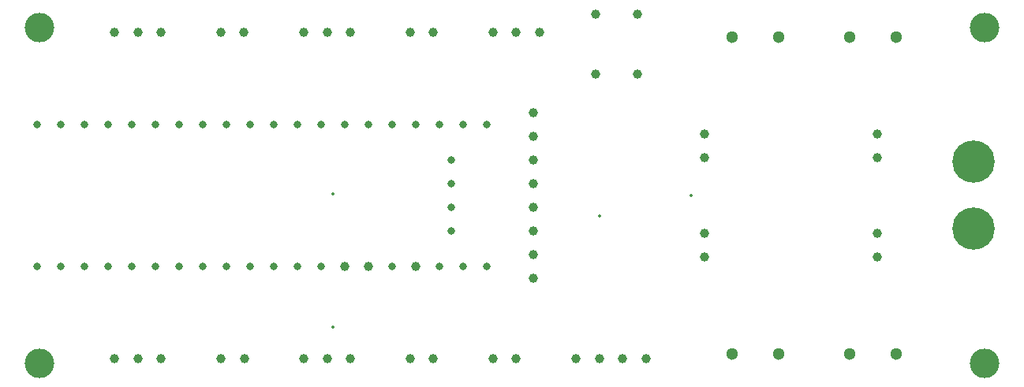
<source format=gbr>
%TF.GenerationSoftware,Altium Limited,Altium Designer,23.6.0 (18)*%
G04 Layer_Color=0*
%FSLAX45Y45*%
%MOMM*%
%TF.SameCoordinates,8109348C-C8A1-492E-8D21-29312D9C8BDA*%
%TF.FilePolarity,Positive*%
%TF.FileFunction,Plated,1,4,PTH,Drill*%
%TF.Part,Single*%
G01*
G75*
%TA.AperFunction,OtherDrill,Pad Free-MH2 (104.5mm,3mm)*%
%ADD70C,3.17500*%
%TA.AperFunction,ComponentDrill*%
%ADD71C,0.99000*%
%ADD72C,1.00000*%
%ADD73C,1.30000*%
%ADD74C,4.55000*%
%TA.AperFunction,OtherDrill,Pad Free-MH4 (104.5mm,39mm)*%
%ADD75C,3.17500*%
%TA.AperFunction,OtherDrill,Pad Free-MH3 (3mm,39mm)*%
%ADD76C,3.17500*%
%TA.AperFunction,ComponentDrill*%
%ADD77C,1.00000*%
%ADD78C,0.80000*%
%ADD79C,1.00000*%
%TA.AperFunction,OtherDrill,Pad Free-MH1 (3mm,3mm)*%
%ADD80C,3.17500*%
%TA.AperFunction,ViaDrill,NotFilled*%
%ADD81C,0.35000*%
D70*
X10450000Y300000D02*
D03*
D71*
X6272500Y4050000D02*
D03*
X6722500Y4050000D02*
D03*
X6272500Y3400000D02*
D03*
X6722500D02*
D03*
D72*
X2248512Y3850000D02*
D03*
X4530512Y349999D02*
D03*
X2500512D02*
D03*
X4278512Y3850000D02*
D03*
X5420512Y349999D02*
D03*
X2250512D02*
D03*
X6560512D02*
D03*
X6810512D02*
D03*
X6310512D02*
D03*
X6060512D02*
D03*
X4528512Y3850000D02*
D03*
X3640512D02*
D03*
X3390512D02*
D03*
X3140512D02*
D03*
X2498512D02*
D03*
X1610100D02*
D03*
X1360100D02*
D03*
X1110100D02*
D03*
X5670512D02*
D03*
X5420512D02*
D03*
X5170512D02*
D03*
X3140512Y349999D02*
D03*
X3390512D02*
D03*
X3640512D02*
D03*
X4280512D02*
D03*
X1110100D02*
D03*
X1360100D02*
D03*
X1610100D02*
D03*
X5170512D02*
D03*
X9296800Y2759300D02*
D03*
Y1438500D02*
D03*
Y2505300D02*
D03*
X7442600Y1438500D02*
D03*
Y1692500D02*
D03*
X9296800D02*
D03*
X7442600Y2759300D02*
D03*
Y2505300D02*
D03*
D73*
X9495000Y3800000D02*
D03*
X8995000D02*
D03*
X8240000D02*
D03*
X7740000D02*
D03*
Y400000D02*
D03*
X8240000D02*
D03*
X8995000D02*
D03*
X9495000D02*
D03*
D74*
X10330000Y2460000D02*
D03*
Y1740000D02*
D03*
D75*
X10450000Y3900000D02*
D03*
D76*
X300000D02*
D03*
D77*
X5600000Y2989000D02*
D03*
Y2735000D02*
D03*
Y2481000D02*
D03*
Y2227000D02*
D03*
Y1973000D02*
D03*
Y1719000D02*
D03*
Y1465000D02*
D03*
Y1211000D02*
D03*
D78*
X787400Y1338000D02*
D03*
X279400D02*
D03*
X533400D02*
D03*
X1295400D02*
D03*
X1041400D02*
D03*
X1803400D02*
D03*
X2057400D02*
D03*
X2819400D02*
D03*
X2311400D02*
D03*
X2565400D02*
D03*
X1549400D02*
D03*
X533400Y2862000D02*
D03*
X279400D02*
D03*
X787400D02*
D03*
X1549400D02*
D03*
X1041400D02*
D03*
X1295400D02*
D03*
X1803400D02*
D03*
X2565400D02*
D03*
X2057400D02*
D03*
X2311400D02*
D03*
X3327400Y1338000D02*
D03*
X3073400D02*
D03*
X4089400D02*
D03*
X4597400D02*
D03*
X4851400D02*
D03*
X5105400D02*
D03*
X4724400Y1973000D02*
D03*
Y1719000D02*
D03*
X3327400Y2862000D02*
D03*
X2819400D02*
D03*
X3073400D02*
D03*
X4089400D02*
D03*
X3581400D02*
D03*
X3835400D02*
D03*
X4724400Y2227000D02*
D03*
Y2481000D02*
D03*
X4343400Y2862000D02*
D03*
X4597400D02*
D03*
X4851400D02*
D03*
X5105400D02*
D03*
D79*
X3581400Y1338000D02*
D03*
X3835400D02*
D03*
X4343400D02*
D03*
D80*
X300000Y300000D02*
D03*
D81*
X3455000Y2120000D02*
D03*
Y685000D02*
D03*
X6317500Y1882500D02*
D03*
X7300000Y2100000D02*
D03*
%TF.MD5,66ba82fbdc89e7615e36b5802d8c5511*%
M02*

</source>
